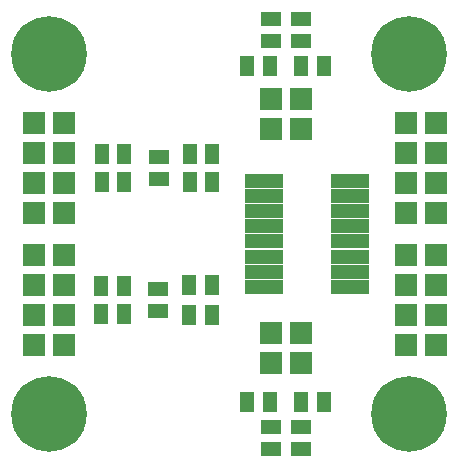
<source format=gbr>
G04 #@! TF.FileFunction,Soldermask,Bot*
%FSLAX46Y46*%
G04 Gerber Fmt 4.6, Leading zero omitted, Abs format (unit mm)*
G04 Created by KiCad (PCBNEW (2016-09-17 revision 679eef1)-makepkg) date 09/22/16 11:02:43*
%MOMM*%
%LPD*%
G01*
G04 APERTURE LIST*
%ADD10C,0.150000*%
%ADD11R,1.289000X1.797000*%
%ADD12R,1.797000X1.289000*%
%ADD13R,1.924000X1.924000*%
%ADD14C,6.400000*%
%ADD15R,3.320000X1.160000*%
G04 APERTURE END LIST*
D10*
D11*
X9563100Y27127200D03*
X11468100Y27127200D03*
D12*
X14376400Y26860500D03*
X14376400Y24955500D03*
D11*
X17018000Y27127200D03*
X18923000Y27127200D03*
D13*
X6350000Y22098000D03*
X3810000Y22098000D03*
X6350000Y24638000D03*
X3810000Y24638000D03*
X6350000Y27178000D03*
X3810000Y27178000D03*
X6350000Y29718000D03*
X3810000Y29718000D03*
X37846000Y10922000D03*
X35306000Y10922000D03*
X37846000Y13462000D03*
X35306000Y13462000D03*
X37846000Y16002000D03*
X35306000Y16002000D03*
X37846000Y18542000D03*
X35306000Y18542000D03*
X37846000Y22098000D03*
X35306000Y22098000D03*
X37846000Y24638000D03*
X35306000Y24638000D03*
X37846000Y27178000D03*
X35306000Y27178000D03*
X37846000Y29718000D03*
X35306000Y29718000D03*
D14*
X35560000Y35560000D03*
D15*
X30564000Y15860000D03*
X30564000Y17130000D03*
X30564000Y18400000D03*
X30564000Y19685000D03*
X30564000Y20955000D03*
X30564000Y22240000D03*
X30564000Y23510000D03*
X30564000Y24780000D03*
X23284000Y24780000D03*
X23284000Y23510000D03*
X23284000Y22240000D03*
X23284000Y20955000D03*
X23284000Y19685000D03*
X23284000Y18400000D03*
X23284000Y17130000D03*
X23284000Y15860000D03*
D11*
X23812500Y6096000D03*
X21907500Y6096000D03*
D13*
X23876000Y9398000D03*
X23876000Y11938000D03*
D11*
X26479500Y6096000D03*
X28384500Y6096000D03*
D12*
X26416000Y2095500D03*
X26416000Y4000500D03*
X26416000Y38544500D03*
X26416000Y36639500D03*
D11*
X16967200Y13462000D03*
X18872200Y13462000D03*
X26479500Y34544000D03*
X28384500Y34544000D03*
X9512300Y15951200D03*
X11417300Y15951200D03*
D12*
X14325600Y15684500D03*
X14325600Y13779500D03*
D11*
X9512300Y13512800D03*
X11417300Y13512800D03*
X16967200Y16002000D03*
X18872200Y16002000D03*
D14*
X5080000Y35560000D03*
X5080000Y5080000D03*
D12*
X23876000Y38544500D03*
X23876000Y36639500D03*
D11*
X23812500Y34544000D03*
X21907500Y34544000D03*
D13*
X26416000Y9398000D03*
X26416000Y11938000D03*
D14*
X35560000Y5080000D03*
D12*
X23876000Y2095500D03*
X23876000Y4000500D03*
D13*
X6350000Y10922000D03*
X3810000Y10922000D03*
X6350000Y13462000D03*
X3810000Y13462000D03*
X6350000Y16002000D03*
X3810000Y16002000D03*
X6350000Y18542000D03*
X3810000Y18542000D03*
D11*
X9563100Y24688800D03*
X11468100Y24688800D03*
D13*
X26416000Y31750000D03*
X26416000Y29210000D03*
X23876000Y31750000D03*
X23876000Y29210000D03*
D11*
X17018000Y24688800D03*
X18923000Y24688800D03*
M02*

</source>
